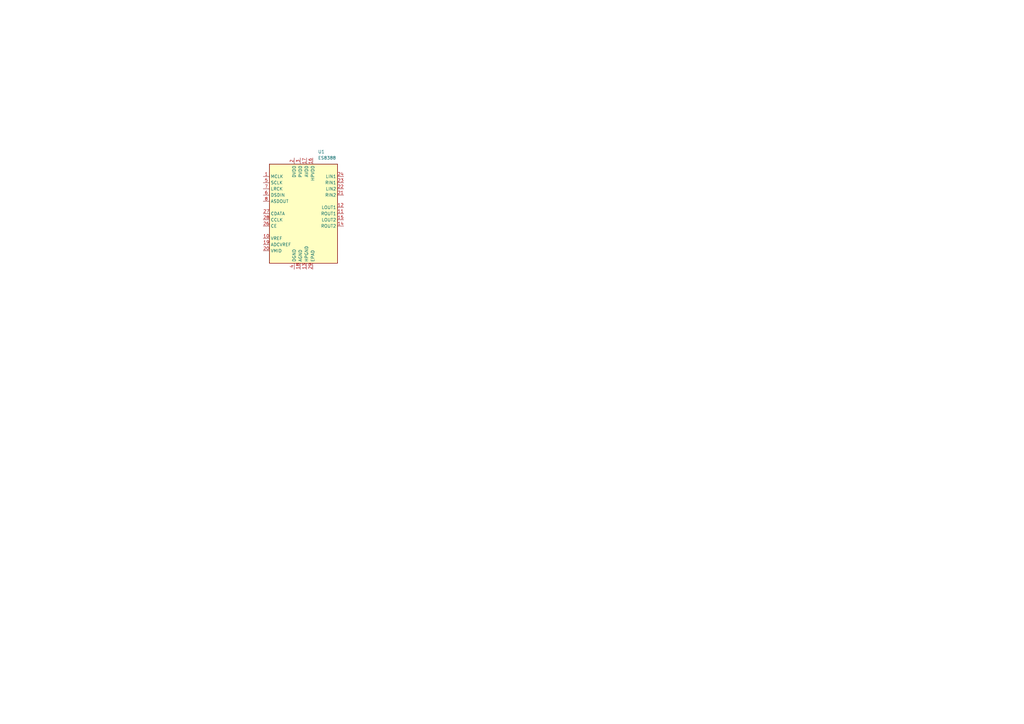
<source format=kicad_sch>
(kicad_sch (version 20250114) (generator "eeschema") (generator_version "9.0")
  (paper "A3")
  (lib_symbols
    (symbol "Audio:ES8388"
      (property "Reference" "U" (at -14.224 21.844 0))
      (property "Value" "ES8388" (at 9.144 21.844 0))
      (symbol "ES8388_1_1"
        (rectangle (start -15.24 20.32) (end 12.7 -20.32) (stroke (width 0.254)) (fill (type background)))
        (pin input line (at -17.78 15.24 0) (length 2.54) (name "MCLK") (number "1"))
        (pin bidirectional line (at -17.78 12.7 0) (length 2.54) (name "SCLK") (number "5"))
        (pin bidirectional line (at -17.78 10.16 0) (length 2.54) (name "LRCK") (number "7"))
        (pin input line (at -17.78 7.62 0) (length 2.54) (name "DSDIN") (number "6"))
        (pin output line (at -17.78 5.08 0) (length 2.54) (name "ASDOUT") (number "8"))
        (pin bidirectional line (at -17.78 0 0) (length 2.54) (name "CDATA") (number "27"))
        (pin input line (at -17.78 -2.54 0) (length 2.54) (name "CCLK") (number "28"))
        (pin input line (at -17.78 -5.08 0) (length 2.54) (name "CE") (number "26"))
        (pin input line (at -17.78 -10.16 0) (length 2.54) (name "VREF") (number "10"))
        (pin input line (at -17.78 -12.7 0) (length 2.54) (name "ADCVREF") (number "19"))
        (pin input line (at -17.78 -15.24 0) (length 2.54) (name "VMID") (number "20"))
        (pin power_in line (at -5.08 22.86 270) (length 2.54) (name "DVDD") (number "2"))
        (pin power_in line (at -5.08 -22.86 90) (length 2.54) (name "DGND") (number "4"))
        (pin power_in line (at -2.54 22.86 270) (length 2.54) (name "PVDD") (number "3"))
        (pin power_in line (at -2.54 -22.86 90) (length 2.54) (name "AGND") (number "18"))
        (pin power_in line (at 0 22.86 270) (length 2.54) (name "AVDD") (number "17"))
        (pin power_in line (at 0 -22.86 90) (length 2.54) (name "HPGND") (number "13"))
        (pin power_in line (at 2.54 22.86 270) (length 2.54) (name "HPVDD") (number "16"))
        (pin passive line (at 2.54 -22.86 90) (length 2.54) (name "EPAD") (number "29"))
        (pin no_connect line (at 12.7 -10.16 180) (length 2.54) (hide yes) (name "NC") (number "9"))
        (pin no_connect line (at 12.7 -12.7 180) (length 2.54) (hide yes) (name "NC") (number "25"))
        (pin input line (at 15.24 15.24 180) (length 2.54) (name "LIN1") (number "24"))
        (pin input line (at 15.24 12.7 180) (length 2.54) (name "RIN1") (number "23"))
        (pin input line (at 15.24 10.16 180) (length 2.54) (name "LIN2") (number "22"))
        (pin input line (at 15.24 7.62 180) (length 2.54) (name "RIN2") (number "21"))
        (pin output line (at 15.24 2.54 180) (length 2.54) (name "LOUT1") (number "12"))
        (pin output line (at 15.24 0 180) (length 2.54) (name "ROUT1") (number "11"))
        (pin output line (at 15.24 -2.54 180) (length 2.54) (name "LOUT2") (number "15"))
        (pin output line (at 15.24 -5.08 180) (length 2.54) (name "ROUT2") (number "14"))
      )
    )
  )
  (symbol (lib_id "Audio:ES8388") (at 125.73 87.63 0) (unit 1)
    (property "Reference" "U1" (at 130.4133 62.23 0) (effects (justify left)))
    (property "Value" "ES8388" (at 130.4133 64.77 0) (effects (justify left)))
    (property "Footprint" "Package_DFN_QFN:QFN-28-1EP_4x4mm_P0.45mm_EP2.6x2.6mm" (effects (hide yes)))
    (property "Datasheet" "http://www.everest-semi.com/pdf/ES8388%20DS.pdf" (effects (hide yes)))
    (property "Description" "Low Power Stereo Audio CODEC With Headphone Amplifier, 24-bit, 8kHz - 96kHz ADC / DAC sampling frequency, 1.8V - 3.3V supply, WQFN-28" (effects (hide yes)))
  )
)
</source>
